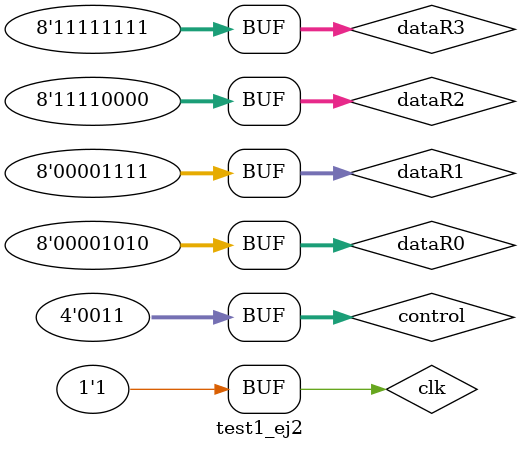
<source format=sv>
module test1_ej2();//modulo sin input ni ouput es para simular

logic clk;
logic [7:0] dataR0, dataR1, dataR2, dataR3, dataR5;
logic [3:0] control;
//integer i;
//logic [35:0] test_vector [4:0];

ej2 test(clk, control[0], control[1], control[2], 
			control[3], dataR0, dataR1, dataR2, dataR3, dataR5); //respeta el orden del modulo creado

initial begin //ejecuta linea a linea
control = 4'b0001; //T3 = 0, T2 = 0, T1 = 0, T0 = 1
dataR0 = 8'b00001010;
dataR1 = 8'b00001111;
dataR2 = 8'b11110000;
dataR3 = 8'b11111111;
clk = 0;
#10; //delay
clk = 1;
#10;
control = 4'b0010; //T3 = 0, T2 = 0, T1 = 1, T0 = 0
clk = 0;
#10; //delay
clk = 1;
#10;
control = 4'b0100; //T3 = 0, T2 = 1, T1 = 0, T0 = 0
clk = 0;
#10; //delay
clk = 1;
#10;
control = 4'b1000; //T3 = 1, T2 = 0, T1 = 0, T0 = 0
clk = 0;
#10; //delay
clk = 1;
#10;
control = 4'b0011; //T3 = 0, T2 = 0, T1 = 1, T0 = 1
clk = 0;
#10; //delay
clk = 1;
#10;

end
endmodule
</source>
